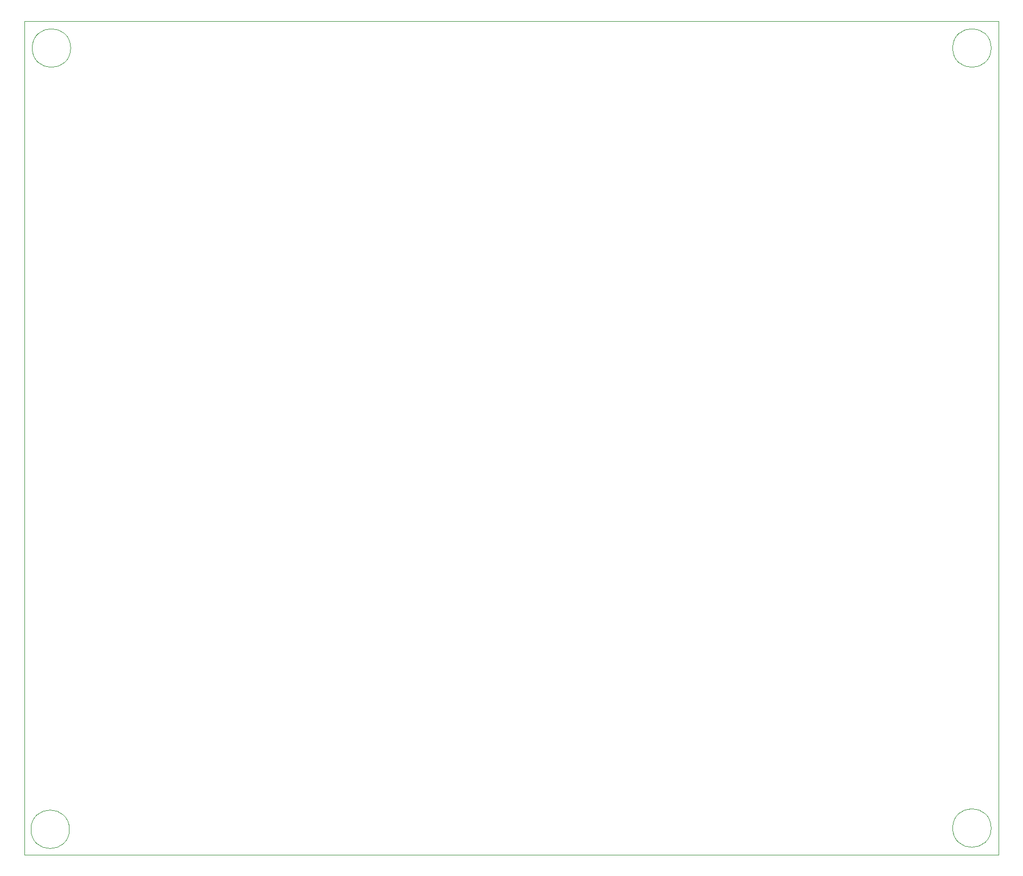
<source format=gbr>
%TF.GenerationSoftware,KiCad,Pcbnew,8.0.3*%
%TF.CreationDate,2024-06-19T10:52:00-07:00*%
%TF.ProjectId,CustomNumpad,43757374-6f6d-44e7-956d-7061642e6b69,rev?*%
%TF.SameCoordinates,Original*%
%TF.FileFunction,Profile,NP*%
%FSLAX46Y46*%
G04 Gerber Fmt 4.6, Leading zero omitted, Abs format (unit mm)*
G04 Created by KiCad (PCBNEW 8.0.3) date 2024-06-19 10:52:00*
%MOMM*%
%LPD*%
G01*
G04 APERTURE LIST*
%TA.AperFunction,Profile*%
%ADD10C,0.050000*%
%TD*%
G04 APERTURE END LIST*
D10*
X45000000Y-144000000D02*
G75*
G02*
X39000000Y-144000000I-3000000J0D01*
G01*
X39000000Y-144000000D02*
G75*
G02*
X45000000Y-144000000I3000000J0D01*
G01*
X188800000Y-143800000D02*
G75*
G02*
X182800000Y-143800000I-3000000J0D01*
G01*
X182800000Y-143800000D02*
G75*
G02*
X188800000Y-143800000I3000000J0D01*
G01*
X188800000Y-22200000D02*
G75*
G02*
X182800000Y-22200000I-3000000J0D01*
G01*
X182800000Y-22200000D02*
G75*
G02*
X188800000Y-22200000I3000000J0D01*
G01*
X45200000Y-22200000D02*
G75*
G02*
X39200000Y-22200000I-3000000J0D01*
G01*
X39200000Y-22200000D02*
G75*
G02*
X45200000Y-22200000I3000000J0D01*
G01*
X38000000Y-18000000D02*
X190000000Y-18000000D01*
X190000000Y-148000000D01*
X38000000Y-148000000D01*
X38000000Y-18000000D01*
M02*

</source>
